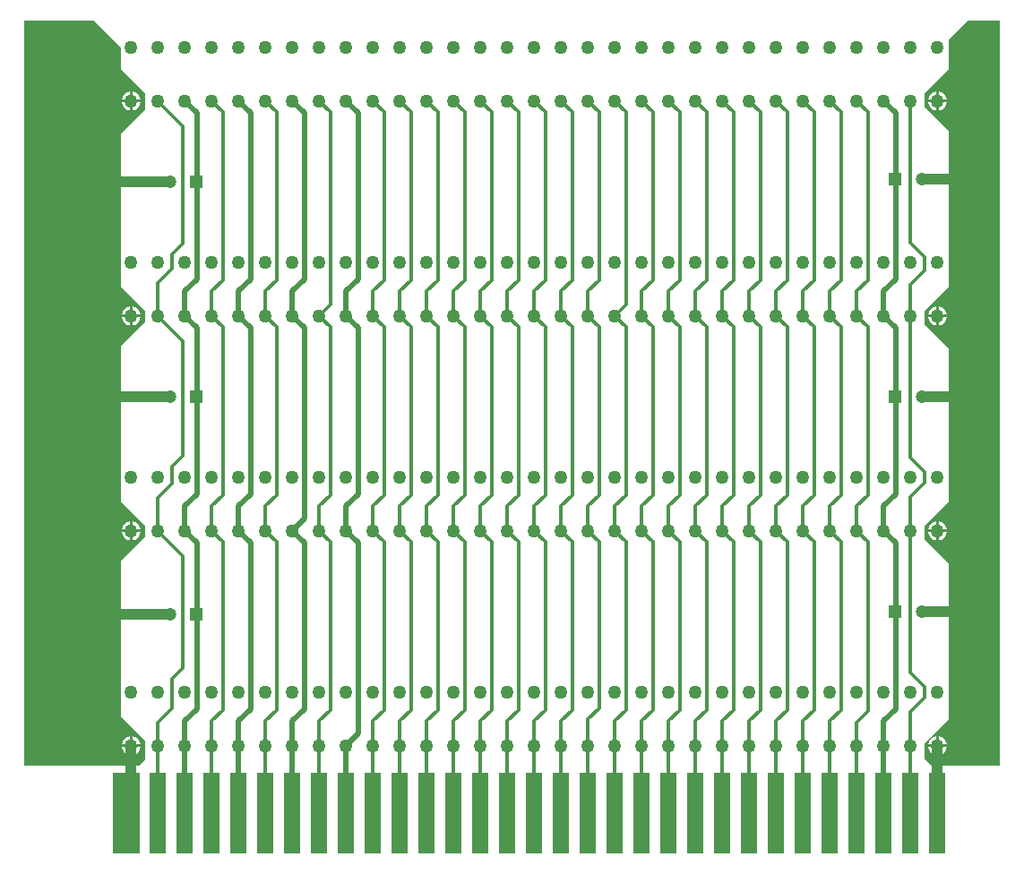
<source format=gtl>
G04*
G04 #@! TF.GenerationSoftware,Altium Limited,Altium Designer,22.7.1 (60)*
G04*
G04 Layer_Physical_Order=1*
G04 Layer_Color=255*
%FSLAX25Y25*%
%MOIN*%
G70*
G04*
G04 #@! TF.SameCoordinates,DFFA79DD-968F-4C92-B8CD-37D8C3B2A3C2*
G04*
G04*
G04 #@! TF.FilePolarity,Positive*
G04*
G01*
G75*
%ADD13C,0.01968*%
%ADD17R,0.09843X0.30000*%
%ADD18R,0.06201X0.30000*%
%ADD19C,0.05000*%
%ADD22C,0.03937*%
%ADD23C,0.01181*%
%ADD24R,0.04724X0.04724*%
%ADD25C,0.04724*%
G36*
X75000Y270000D02*
Y262000D01*
X83999Y253001D01*
X83999Y246999D01*
X75000Y238000D01*
X75000Y181000D01*
X84000Y172000D01*
Y168000D01*
X75000Y159000D01*
Y101000D01*
X84000Y92000D01*
Y88000D01*
X75000Y79000D01*
Y20843D01*
X84000Y11842D01*
Y5000D01*
X81520Y2520D01*
X39000D01*
Y280000D01*
X65000D01*
X75000Y270000D01*
D02*
G37*
G36*
X402000Y2520D02*
X376480D01*
X374000Y5000D01*
Y11000D01*
X383000Y20000D01*
Y78000D01*
X374000Y87000D01*
Y92000D01*
X383000Y101000D01*
Y158000D01*
X374000Y167000D01*
Y172000D01*
X383000Y181000D01*
Y239000D01*
X374000Y248000D01*
Y253000D01*
X383000Y262000D01*
Y273000D01*
X390000Y280000D01*
X402000D01*
Y2520D01*
D02*
G37*
%LPC*%
G36*
X79240Y253489D02*
Y250500D01*
X82230D01*
X82002Y251351D01*
X81541Y252149D01*
X80889Y252801D01*
X80091Y253261D01*
X79240Y253489D01*
D02*
G37*
G36*
X78240D02*
X77389Y253261D01*
X76591Y252801D01*
X75940Y252149D01*
X75479Y251351D01*
X75251Y250500D01*
X78240D01*
Y253489D01*
D02*
G37*
G36*
X82230Y249500D02*
X79240D01*
Y246511D01*
X80091Y246739D01*
X80889Y247199D01*
X81541Y247851D01*
X82002Y248649D01*
X82230Y249500D01*
D02*
G37*
G36*
X78240D02*
X75251D01*
X75479Y248649D01*
X75940Y247851D01*
X76591Y247199D01*
X77389Y246739D01*
X78240Y246511D01*
Y249500D01*
D02*
G37*
G36*
X79240Y173489D02*
Y170500D01*
X82230D01*
X82002Y171351D01*
X81541Y172149D01*
X80889Y172801D01*
X80091Y173261D01*
X79240Y173489D01*
D02*
G37*
G36*
X78240D02*
X77389Y173261D01*
X76591Y172801D01*
X75940Y172149D01*
X75479Y171351D01*
X75251Y170500D01*
X78240D01*
Y173489D01*
D02*
G37*
G36*
X82230Y169500D02*
X79240D01*
Y166510D01*
X80091Y166738D01*
X80889Y167199D01*
X81541Y167851D01*
X82002Y168649D01*
X82230Y169500D01*
D02*
G37*
G36*
X78240D02*
X75251D01*
X75479Y168649D01*
X75940Y167851D01*
X76591Y167199D01*
X77389Y166738D01*
X78240Y166510D01*
Y169500D01*
D02*
G37*
G36*
X79240Y93489D02*
Y90500D01*
X82230D01*
X82002Y91351D01*
X81541Y92149D01*
X80889Y92801D01*
X80091Y93261D01*
X79240Y93489D01*
D02*
G37*
G36*
X78240D02*
X77389Y93261D01*
X76591Y92801D01*
X75940Y92149D01*
X75479Y91351D01*
X75251Y90500D01*
X78240D01*
Y93489D01*
D02*
G37*
G36*
X82230Y89500D02*
X79240D01*
Y86510D01*
X80091Y86739D01*
X80889Y87199D01*
X81541Y87851D01*
X82002Y88649D01*
X82230Y89500D01*
D02*
G37*
G36*
X78240D02*
X75251D01*
X75479Y88649D01*
X75940Y87851D01*
X76591Y87199D01*
X77389Y86739D01*
X78240Y86510D01*
Y89500D01*
D02*
G37*
G36*
X79240Y13489D02*
Y10500D01*
X82230D01*
X82002Y11351D01*
X81541Y12149D01*
X80889Y12801D01*
X80091Y13262D01*
X79240Y13489D01*
D02*
G37*
G36*
X78240D02*
X77389Y13262D01*
X76591Y12801D01*
X75940Y12149D01*
X75479Y11351D01*
X75251Y10500D01*
X78240D01*
Y13489D01*
D02*
G37*
G36*
X82230Y9500D02*
X79240D01*
Y6510D01*
X80091Y6739D01*
X80889Y7199D01*
X81541Y7851D01*
X82002Y8649D01*
X82230Y9500D01*
D02*
G37*
G36*
X78240D02*
X75251D01*
X75479Y8649D01*
X75940Y7851D01*
X76591Y7199D01*
X77389Y6739D01*
X78240Y6510D01*
Y9500D01*
D02*
G37*
G36*
X379240Y253489D02*
Y250500D01*
X382230D01*
X382002Y251351D01*
X381541Y252149D01*
X380889Y252801D01*
X380091Y253261D01*
X379240Y253489D01*
D02*
G37*
G36*
X378240D02*
X377389Y253261D01*
X376591Y252801D01*
X375939Y252149D01*
X375479Y251351D01*
X375251Y250500D01*
X378240D01*
Y253489D01*
D02*
G37*
G36*
X382230Y249500D02*
X379240D01*
Y246511D01*
X380091Y246739D01*
X380889Y247199D01*
X381541Y247851D01*
X382002Y248649D01*
X382230Y249500D01*
D02*
G37*
G36*
X378240D02*
X375251D01*
X375479Y248649D01*
X375939Y247851D01*
X376591Y247199D01*
X377389Y246739D01*
X378240Y246511D01*
Y249500D01*
D02*
G37*
G36*
X379240Y173489D02*
Y170500D01*
X382230D01*
X382002Y171351D01*
X381541Y172149D01*
X380889Y172801D01*
X380091Y173261D01*
X379240Y173489D01*
D02*
G37*
G36*
X378240D02*
X377389Y173261D01*
X376591Y172801D01*
X375939Y172149D01*
X375479Y171351D01*
X375251Y170500D01*
X378240D01*
Y173489D01*
D02*
G37*
G36*
X382230Y169500D02*
X379240D01*
Y166510D01*
X380091Y166738D01*
X380889Y167199D01*
X381541Y167851D01*
X382002Y168649D01*
X382230Y169500D01*
D02*
G37*
G36*
X378240D02*
X375251D01*
X375479Y168649D01*
X375939Y167851D01*
X376591Y167199D01*
X377389Y166738D01*
X378240Y166510D01*
Y169500D01*
D02*
G37*
G36*
X379240Y93489D02*
Y90500D01*
X382230D01*
X382002Y91351D01*
X381541Y92149D01*
X380889Y92801D01*
X380091Y93261D01*
X379240Y93489D01*
D02*
G37*
G36*
X378240D02*
X377389Y93261D01*
X376591Y92801D01*
X375939Y92149D01*
X375479Y91351D01*
X375251Y90500D01*
X378240D01*
Y93489D01*
D02*
G37*
G36*
X382230Y89500D02*
X379240D01*
Y86510D01*
X380091Y86739D01*
X380889Y87199D01*
X381541Y87851D01*
X382002Y88649D01*
X382230Y89500D01*
D02*
G37*
G36*
X378240D02*
X375251D01*
X375479Y88649D01*
X375939Y87851D01*
X376591Y87199D01*
X377389Y86739D01*
X378240Y86510D01*
Y89500D01*
D02*
G37*
G36*
X379240Y13489D02*
Y10500D01*
X382230D01*
X382002Y11351D01*
X381541Y12149D01*
X380889Y12801D01*
X380091Y13262D01*
X379240Y13489D01*
D02*
G37*
G36*
X378240D02*
X377389Y13262D01*
X376591Y12801D01*
X375939Y12149D01*
X375479Y11351D01*
X375251Y10500D01*
X378240D01*
Y13489D01*
D02*
G37*
G36*
X382230Y9500D02*
X379240D01*
Y6510D01*
X380091Y6739D01*
X380889Y7199D01*
X381541Y7851D01*
X382002Y8649D01*
X382230Y9500D01*
D02*
G37*
G36*
X378240D02*
X375251D01*
X375479Y8649D01*
X375939Y7851D01*
X376591Y7199D01*
X377389Y6739D01*
X378240Y6510D01*
Y9500D01*
D02*
G37*
%LPD*%
D13*
X103224Y23581D02*
Y85516D01*
X98740Y19097D02*
X103224Y23581D01*
X98740Y-15000D02*
Y19097D01*
Y90000D02*
X103224Y85516D01*
X98740Y90000D02*
Y99097D01*
Y250000D02*
X103224Y245516D01*
X98740Y179097D02*
X103224Y183581D01*
Y245516D01*
X98740Y170000D02*
Y179097D01*
X118740D02*
X123224Y183581D01*
X118740Y170000D02*
Y179097D01*
X123224Y183581D02*
Y245516D01*
X118740Y250000D02*
X123224Y245516D01*
X143224Y183581D02*
Y245516D01*
X138740Y250000D02*
X143224Y245516D01*
X138740Y170000D02*
Y179097D01*
X143224Y183581D01*
X163224D02*
Y245516D01*
X158740Y250000D02*
X163224Y245516D01*
X158740Y170000D02*
Y179097D01*
X163224Y183581D01*
X158740Y99097D02*
X163224Y103581D01*
Y165516D01*
X158740Y170000D02*
X163224Y165516D01*
X158740Y90000D02*
Y99097D01*
X143224Y94484D02*
Y165516D01*
X138740Y90000D02*
X143224Y94484D01*
X138740Y170000D02*
X143224Y165516D01*
X118740Y99097D02*
X123224Y103581D01*
X118740Y90000D02*
Y99097D01*
X123224Y103581D02*
Y165516D01*
X118740Y170000D02*
X123224Y165516D01*
X98740Y99097D02*
X103224Y103581D01*
Y165516D01*
X98740Y170000D02*
X103224Y165516D01*
X358740Y179097D02*
X363224Y183581D01*
Y245516D01*
X358740Y170000D02*
Y179097D01*
Y250000D02*
X363224Y245516D01*
Y103581D02*
Y165516D01*
X358740Y170000D02*
X363224Y165516D01*
X358740Y90000D02*
Y99097D01*
X363224Y103581D01*
X358740Y90000D02*
X363224Y85516D01*
X358740Y10000D02*
Y19097D01*
X363224Y23581D01*
Y85516D01*
X358740Y-15000D02*
Y10000D01*
X158740Y90000D02*
X163224Y85516D01*
X158740Y10000D02*
X163224Y14484D01*
Y85516D01*
X158740Y-15000D02*
Y10000D01*
X143224Y23581D02*
Y85516D01*
X138740Y90000D02*
X143224Y85516D01*
X138740Y10000D02*
Y19097D01*
X143224Y23581D01*
X138740Y-15000D02*
Y10000D01*
X118740Y90000D02*
X123224Y85516D01*
X118740Y10000D02*
Y19097D01*
X123224Y23581D01*
Y85516D01*
X118740Y-15000D02*
Y10000D01*
D17*
X76772Y-15000D02*
D03*
D18*
X88740D02*
D03*
X98740D02*
D03*
X108740D02*
D03*
X118740D02*
D03*
X128740D02*
D03*
X138740D02*
D03*
X148740D02*
D03*
X158740D02*
D03*
X168740D02*
D03*
X178740D02*
D03*
X188740D02*
D03*
X198740D02*
D03*
X208740D02*
D03*
X218740D02*
D03*
X228740D02*
D03*
X238740D02*
D03*
X248740D02*
D03*
X258740D02*
D03*
X268740D02*
D03*
X278740D02*
D03*
X288740D02*
D03*
X298740D02*
D03*
X308740D02*
D03*
X318740D02*
D03*
X328740D02*
D03*
X338740D02*
D03*
X348740D02*
D03*
X358740D02*
D03*
X368740D02*
D03*
X378740D02*
D03*
D19*
Y250000D02*
D03*
X368740D02*
D03*
X358740D02*
D03*
X348740D02*
D03*
X338740D02*
D03*
X328740D02*
D03*
X318740D02*
D03*
X308740D02*
D03*
X298740D02*
D03*
X288740D02*
D03*
X278740D02*
D03*
X268740D02*
D03*
X258740D02*
D03*
X248740D02*
D03*
X238740D02*
D03*
X228740D02*
D03*
X218740D02*
D03*
X208740D02*
D03*
X198740D02*
D03*
X188740D02*
D03*
X178740D02*
D03*
X168740D02*
D03*
X158740D02*
D03*
X148740D02*
D03*
X138740D02*
D03*
X128740D02*
D03*
X118740D02*
D03*
X108740D02*
D03*
X98740D02*
D03*
X88740D02*
D03*
X78740D02*
D03*
X88740Y270000D02*
D03*
X78740D02*
D03*
X98740D02*
D03*
X108740D02*
D03*
X118740D02*
D03*
X128740D02*
D03*
X148740D02*
D03*
X158740D02*
D03*
X168740D02*
D03*
X138740D02*
D03*
X178740D02*
D03*
X188740D02*
D03*
X198740D02*
D03*
X208740D02*
D03*
X218740D02*
D03*
X228740D02*
D03*
X238740D02*
D03*
X248740D02*
D03*
X268740D02*
D03*
X288740D02*
D03*
X258740D02*
D03*
X298740D02*
D03*
X308740D02*
D03*
X318740D02*
D03*
X328740D02*
D03*
X338740D02*
D03*
X348740D02*
D03*
X358740D02*
D03*
X368740D02*
D03*
X378740D02*
D03*
X278740D02*
D03*
X378740Y170000D02*
D03*
X368740D02*
D03*
X358740D02*
D03*
X348740D02*
D03*
X338740D02*
D03*
X328740D02*
D03*
X318740D02*
D03*
X308740D02*
D03*
X298740D02*
D03*
X288740D02*
D03*
X278740D02*
D03*
X268740D02*
D03*
X258740D02*
D03*
X248740D02*
D03*
X238740D02*
D03*
X228740D02*
D03*
X218740D02*
D03*
X208740D02*
D03*
X198740D02*
D03*
X188740D02*
D03*
X178740D02*
D03*
X168740D02*
D03*
X158740D02*
D03*
X148740D02*
D03*
X138740D02*
D03*
X128740D02*
D03*
X118740D02*
D03*
X108740D02*
D03*
X98740D02*
D03*
X88740D02*
D03*
X78740D02*
D03*
X88740Y190000D02*
D03*
X78740D02*
D03*
X98740D02*
D03*
X108740D02*
D03*
X118740D02*
D03*
X128740D02*
D03*
X148740D02*
D03*
X158740D02*
D03*
X168740D02*
D03*
X138740D02*
D03*
X178740D02*
D03*
X188740D02*
D03*
X198740D02*
D03*
X208740D02*
D03*
X218740D02*
D03*
X228740D02*
D03*
X238740D02*
D03*
X248740D02*
D03*
X268740D02*
D03*
X288740D02*
D03*
X258740D02*
D03*
X298740D02*
D03*
X308740D02*
D03*
X318740D02*
D03*
X328740D02*
D03*
X338740D02*
D03*
X348740D02*
D03*
X358740D02*
D03*
X368740D02*
D03*
X378740D02*
D03*
X278740D02*
D03*
X378740Y90000D02*
D03*
X368740D02*
D03*
X358740D02*
D03*
X348740D02*
D03*
X338740D02*
D03*
X328740D02*
D03*
X318740D02*
D03*
X308740D02*
D03*
X298740D02*
D03*
X288740D02*
D03*
X278740D02*
D03*
X268740D02*
D03*
X258740D02*
D03*
X248740D02*
D03*
X238740D02*
D03*
X228740D02*
D03*
X218740D02*
D03*
X208740D02*
D03*
X198740D02*
D03*
X188740D02*
D03*
X178740D02*
D03*
X168740D02*
D03*
X158740D02*
D03*
X148740D02*
D03*
X138740D02*
D03*
X128740D02*
D03*
X118740D02*
D03*
X108740D02*
D03*
X98740D02*
D03*
X88740D02*
D03*
X78740D02*
D03*
X88740Y110000D02*
D03*
X78740D02*
D03*
X98740D02*
D03*
X108740D02*
D03*
X118740D02*
D03*
X128740D02*
D03*
X148740D02*
D03*
X158740D02*
D03*
X168740D02*
D03*
X138740D02*
D03*
X178740D02*
D03*
X188740D02*
D03*
X198740D02*
D03*
X208740D02*
D03*
X218740D02*
D03*
X228740D02*
D03*
X238740D02*
D03*
X248740D02*
D03*
X268740D02*
D03*
X288740D02*
D03*
X258740D02*
D03*
X298740D02*
D03*
X308740D02*
D03*
X318740D02*
D03*
X328740D02*
D03*
X338740D02*
D03*
X348740D02*
D03*
X358740D02*
D03*
X368740D02*
D03*
X378740D02*
D03*
X278740D02*
D03*
X378740Y10000D02*
D03*
X368740D02*
D03*
X358740D02*
D03*
X348740D02*
D03*
X338740D02*
D03*
X328740D02*
D03*
X318740D02*
D03*
X308740D02*
D03*
X298740D02*
D03*
X288740D02*
D03*
X278740D02*
D03*
X268740D02*
D03*
X258740D02*
D03*
X248740D02*
D03*
X238740D02*
D03*
X228740D02*
D03*
X218740D02*
D03*
X208740D02*
D03*
X198740D02*
D03*
X188740D02*
D03*
X178740D02*
D03*
X168740D02*
D03*
X158740D02*
D03*
X148740D02*
D03*
X138740D02*
D03*
X128740D02*
D03*
X118740D02*
D03*
X108740D02*
D03*
X98740D02*
D03*
X88740D02*
D03*
X78740D02*
D03*
X88740Y30000D02*
D03*
X78740D02*
D03*
X98740D02*
D03*
X108740D02*
D03*
X118740D02*
D03*
X128740D02*
D03*
X148740D02*
D03*
X158740D02*
D03*
X168740D02*
D03*
X138740D02*
D03*
X178740D02*
D03*
X188740D02*
D03*
X198740D02*
D03*
X208740D02*
D03*
X218740D02*
D03*
X228740D02*
D03*
X238740D02*
D03*
X248740D02*
D03*
X268740D02*
D03*
X288740D02*
D03*
X258740D02*
D03*
X298740D02*
D03*
X308740D02*
D03*
X318740D02*
D03*
X328740D02*
D03*
X338740D02*
D03*
X348740D02*
D03*
X358740D02*
D03*
X368740D02*
D03*
X378740D02*
D03*
X278740D02*
D03*
D22*
X372921Y221000D02*
X393000D01*
X70000Y59000D02*
X93158D01*
X72000Y140000D02*
X93158D01*
X71866Y220000D02*
X93158D01*
X372921Y60000D02*
X387000D01*
X372921Y140000D02*
X387000D01*
X378740Y-15000D02*
Y10000D01*
X78740Y-15000D02*
Y10000D01*
D23*
X88740Y-15000D02*
Y10000D01*
X368740Y22740D02*
X374000Y28000D01*
X368740Y37260D02*
X374000Y32000D01*
Y28000D02*
Y32000D01*
X368740Y10000D02*
Y22740D01*
Y37260D02*
Y90000D01*
Y102740D01*
X374000Y108000D02*
Y112000D01*
X368740Y102740D02*
X374000Y108000D01*
X368740Y117260D02*
X374000Y112000D01*
X368740Y117260D02*
Y170000D01*
Y181740D01*
Y197260D02*
X374000Y192000D01*
Y187000D02*
Y192000D01*
X368740Y181740D02*
X374000Y187000D01*
X368740Y197260D02*
Y250000D01*
X94000Y193000D02*
X98000Y197000D01*
X88740Y182396D02*
X94000Y187656D01*
Y193000D01*
X98000Y197000D02*
Y240740D01*
X88740Y170000D02*
Y182396D01*
Y250000D02*
X98000Y240740D01*
X94000Y107656D02*
Y114000D01*
X98000Y118000D01*
Y160740D01*
X88740Y102396D02*
X94000Y107656D01*
X88740Y90000D02*
Y102396D01*
Y170000D02*
X98000Y160740D01*
X88740Y10000D02*
Y18740D01*
X94000Y24000D02*
Y35000D01*
X98000Y39000D01*
X88740Y18740D02*
X94000Y24000D01*
X98000Y39000D02*
Y80740D01*
X88740Y90000D02*
X98000Y80740D01*
X348740Y-15000D02*
Y10000D01*
X338740Y-15000D02*
Y10000D01*
X328740Y-15000D02*
Y10000D01*
X318740Y-15000D02*
Y10000D01*
X308740Y-15000D02*
Y10000D01*
X298740Y-15000D02*
Y10000D01*
X288740Y-15000D02*
Y10000D01*
X278740Y-15000D02*
Y10000D01*
X268740Y-15000D02*
Y10000D01*
X258740Y-15000D02*
Y10000D01*
X248740Y-15000D02*
Y10000D01*
X238740Y-15000D02*
Y10000D01*
X228740Y-15000D02*
Y10000D01*
X218740Y-15000D02*
Y10000D01*
X208740Y-15000D02*
Y10000D01*
X198740Y-15000D02*
Y10000D01*
X188740Y-15000D02*
Y10000D01*
X178740Y-15000D02*
Y10000D01*
X168740Y-15000D02*
Y10000D01*
X148740Y-15000D02*
Y10000D01*
X128740Y-15000D02*
Y10000D01*
X108740Y-15000D02*
Y10000D01*
X112831Y183409D02*
Y245910D01*
X108740Y250000D02*
X112831Y245910D01*
X108740Y170000D02*
Y179319D01*
X112831Y183409D01*
X128740Y250000D02*
X132831Y245910D01*
X128740Y170000D02*
Y179319D01*
X132831Y183409D01*
Y245910D01*
X148740Y250000D02*
X152831Y245910D01*
Y174091D02*
Y245910D01*
X148740Y170000D02*
X152831Y174091D01*
X172831Y183409D02*
Y245910D01*
X168740Y250000D02*
X172831Y245910D01*
X168740Y170000D02*
Y179319D01*
X172831Y183409D01*
X188740Y179319D02*
X192831Y183409D01*
X188740Y170000D02*
Y179319D01*
X192831Y183409D02*
Y245910D01*
X188740Y250000D02*
X192831Y245910D01*
X202831Y183409D02*
Y245910D01*
X198740Y170000D02*
Y179319D01*
X202831Y183409D01*
X198740Y250000D02*
X202831Y245910D01*
X208740Y179319D02*
X212831Y183409D01*
X208740Y250000D02*
X212831Y245910D01*
X208740Y170000D02*
Y179319D01*
X212831Y183409D02*
Y245910D01*
X222831Y183409D02*
Y245910D01*
X218740Y170000D02*
Y179319D01*
X222831Y183409D01*
X218740Y250000D02*
X222831Y245910D01*
X228740Y179319D02*
X232831Y183409D01*
X228740Y170000D02*
Y179319D01*
X232831Y183409D02*
Y245910D01*
X228740Y250000D02*
X232831Y245910D01*
X238740Y179319D02*
X242831Y183409D01*
Y245910D01*
X238740Y250000D02*
X242831Y245910D01*
X238740Y170000D02*
Y179319D01*
X252831Y183409D02*
Y245910D01*
X248740Y250000D02*
X252831Y245910D01*
X248740Y170000D02*
Y179319D01*
X252831Y183409D01*
X258740Y250000D02*
X262831Y245910D01*
Y174091D02*
Y245910D01*
X258740Y170000D02*
X262831Y174091D01*
X178740Y179319D02*
X182831Y183409D01*
Y245910D01*
X178740Y250000D02*
X182831Y245910D01*
X178740Y170000D02*
Y179319D01*
X268740D02*
X272831Y183409D01*
Y245910D01*
X268740Y250000D02*
X272831Y245910D01*
X268740Y170000D02*
Y179319D01*
X278740Y170000D02*
Y179319D01*
X282831Y183409D01*
Y245910D01*
X278740Y250000D02*
X282831Y245910D01*
X288740Y179319D02*
X292831Y183409D01*
Y245910D01*
X288740Y170000D02*
Y179319D01*
Y250000D02*
X292831Y245910D01*
X302831Y183409D02*
Y245910D01*
X298740Y170000D02*
Y179319D01*
X302831Y183409D01*
X298740Y250000D02*
X302831Y245910D01*
X308740Y179319D02*
X312831Y183409D01*
Y245910D01*
X308740Y170000D02*
Y179319D01*
Y250000D02*
X312831Y245910D01*
X318740Y179319D02*
X322831Y183409D01*
X318740Y170000D02*
Y179319D01*
X322831Y183409D02*
Y245910D01*
X318740Y250000D02*
X322831Y245910D01*
X328740Y179319D02*
X332831Y183409D01*
X328740Y170000D02*
Y179319D01*
X332831Y183409D02*
Y245910D01*
X328740Y250000D02*
X332831Y245910D01*
X338740Y179319D02*
X342831Y183409D01*
Y245910D01*
X338740Y250000D02*
X342831Y245910D01*
X338740Y170000D02*
Y179319D01*
X348740D02*
X352831Y183409D01*
X348740Y250000D02*
X352831Y245910D01*
X348740Y170000D02*
Y179319D01*
X352831Y183409D02*
Y245910D01*
Y103409D02*
Y165909D01*
X348740Y170000D02*
X352831Y165909D01*
X348740Y99319D02*
X352831Y103409D01*
X348740Y90000D02*
Y99319D01*
X342831Y103409D02*
Y165909D01*
X338740Y170000D02*
X342831Y165909D01*
X338740Y90000D02*
Y99319D01*
X342831Y103409D01*
X328740Y99319D02*
X332831Y103409D01*
Y165909D01*
X328740Y170000D02*
X332831Y165909D01*
X328740Y90000D02*
Y99319D01*
X318740D02*
X322831Y103409D01*
Y165909D01*
X318740Y90000D02*
Y99319D01*
Y170000D02*
X322831Y165909D01*
X308740Y99319D02*
X312831Y103409D01*
X308740Y170000D02*
X312831Y165909D01*
X308740Y90000D02*
Y99319D01*
X312831Y103409D02*
Y165909D01*
X302831Y103409D02*
Y165909D01*
X298740Y90000D02*
Y99319D01*
X302831Y103409D01*
X298740Y170000D02*
X302831Y165909D01*
X292831Y103409D02*
Y165909D01*
X288740Y170000D02*
X292831Y165909D01*
X288740Y90000D02*
Y99319D01*
X292831Y103409D01*
X278740Y99319D02*
X282831Y103409D01*
X278740Y170000D02*
X282831Y165909D01*
X278740Y90000D02*
Y99319D01*
X282831Y103409D02*
Y165909D01*
X268740Y90000D02*
Y99319D01*
X272831Y103409D01*
Y165909D01*
X268740Y170000D02*
X272831Y165909D01*
X258740Y99319D02*
X262831Y103409D01*
Y165909D01*
X258740Y170000D02*
X262831Y165909D01*
X258740Y90000D02*
Y99319D01*
X248740Y90000D02*
Y99319D01*
X252831Y103409D01*
Y165909D01*
X248740Y170000D02*
X252831Y165909D01*
X238740Y99319D02*
X242831Y103409D01*
X238740Y90000D02*
Y99319D01*
X242831Y103409D02*
Y165909D01*
X238740Y170000D02*
X242831Y165909D01*
X228740Y99319D02*
X232831Y103409D01*
X228740Y170000D02*
X232831Y165909D01*
X228740Y90000D02*
Y99319D01*
X232831Y103409D02*
Y165909D01*
X218740Y90000D02*
Y99319D01*
X222831Y103409D01*
Y165909D01*
X218740Y170000D02*
X222831Y165909D01*
X208740Y99319D02*
X212831Y103409D01*
X208740Y90000D02*
Y99319D01*
X212831Y103409D02*
Y165909D01*
X208740Y170000D02*
X212831Y165909D01*
X198740Y99319D02*
X202831Y103409D01*
Y165909D01*
X198740Y90000D02*
Y99319D01*
Y170000D02*
X202831Y165909D01*
X188740Y99319D02*
X192831Y103409D01*
X188740Y170000D02*
X192831Y165909D01*
X188740Y90000D02*
Y99319D01*
X192831Y103409D02*
Y165909D01*
X178740Y90000D02*
Y99319D01*
X182831Y103409D01*
Y165909D01*
X178740Y170000D02*
X182831Y165909D01*
X168740Y99319D02*
X172831Y103409D01*
X168740Y90000D02*
Y99319D01*
X172831Y103409D02*
Y165909D01*
X168740Y170000D02*
X172831Y165909D01*
X148740Y99319D02*
X152831Y103409D01*
X148740Y170000D02*
X152831Y165909D01*
X148740Y90000D02*
Y99319D01*
X152831Y103409D02*
Y165909D01*
X128740Y90000D02*
Y99319D01*
X132831Y103409D01*
Y165909D01*
X128740Y170000D02*
X132831Y165909D01*
X108740Y170000D02*
X112831Y165909D01*
X108740Y90000D02*
Y99319D01*
X112831Y103409D01*
Y165909D01*
X108740Y19319D02*
X112831Y23409D01*
Y85909D01*
X108740Y90000D02*
X112831Y85909D01*
X108740Y10000D02*
Y19319D01*
X132831Y23409D02*
Y85909D01*
X128740Y90000D02*
X132831Y85909D01*
X128740Y10000D02*
Y19319D01*
X132831Y23409D01*
X148740Y10000D02*
Y19319D01*
X152831Y23409D01*
Y85909D01*
X148740Y90000D02*
X152831Y85909D01*
X352831Y22831D02*
Y85909D01*
X348740Y18740D02*
X352831Y22831D01*
X348740Y10000D02*
Y18740D01*
X252831Y23933D02*
Y85909D01*
X248740Y10000D02*
Y19842D01*
X252831Y23933D01*
X348740Y90000D02*
X352831Y85909D01*
X338740Y10000D02*
Y19319D01*
X342831Y23409D01*
Y85909D01*
X338740Y90000D02*
X342831Y85909D01*
X328740Y19319D02*
X332831Y23409D01*
X328740Y90000D02*
X332831Y85909D01*
X328740Y10000D02*
Y19319D01*
X332831Y23409D02*
Y85909D01*
X318740Y10000D02*
Y19319D01*
X322831Y23409D01*
Y85909D01*
X318740Y90000D02*
X322831Y85909D01*
X308740Y90000D02*
X312831Y85909D01*
Y23409D02*
Y85909D01*
X308740Y19319D02*
X312831Y23409D01*
X308740Y10000D02*
Y19319D01*
X302831Y23409D02*
Y85909D01*
X298740Y10000D02*
Y19319D01*
X302831Y23409D01*
X298740Y90000D02*
X302831Y85909D01*
X288740Y19319D02*
X292831Y23409D01*
Y85909D01*
X288740Y90000D02*
X292831Y85909D01*
X288740Y10000D02*
Y19319D01*
X278740D02*
X282831Y23409D01*
X278740Y10000D02*
Y19319D01*
X282831Y23409D02*
Y85909D01*
X278740Y90000D02*
X282831Y85909D01*
X268740Y19319D02*
X272831Y23409D01*
X268740Y90000D02*
X272831Y85909D01*
X268740Y10000D02*
Y19319D01*
X272831Y23409D02*
Y85909D01*
X258740Y19319D02*
X262831Y23409D01*
Y85909D01*
X258740Y90000D02*
X262831Y85909D01*
X258740Y10000D02*
Y19319D01*
X248740Y90000D02*
X252831Y85909D01*
X238740Y19319D02*
X242831Y23409D01*
X238740Y90000D02*
X242831Y85909D01*
X238740Y10000D02*
Y19319D01*
X242831Y23409D02*
Y85909D01*
X228740Y90000D02*
X232831Y85909D01*
X228740Y10000D02*
Y19319D01*
X232831Y23409D01*
Y85909D01*
X218740Y90000D02*
X222831Y85909D01*
X218740Y10000D02*
Y19319D01*
X222831Y23409D01*
Y85909D01*
X212831Y23409D02*
Y85909D01*
X208740Y90000D02*
X212831Y85909D01*
X208740Y10000D02*
Y19319D01*
X212831Y23409D01*
X198740Y19319D02*
X202831Y23409D01*
X198740Y10000D02*
Y19319D01*
X202831Y23409D02*
Y85909D01*
X198740Y90000D02*
X202831Y85909D01*
X192831Y23409D02*
Y85909D01*
X188740Y10000D02*
Y19319D01*
X192831Y23409D01*
X188740Y90000D02*
X192831Y85909D01*
X182831Y23409D02*
Y85909D01*
X178740Y10000D02*
Y19319D01*
X182831Y23409D01*
X178740Y90000D02*
X182831Y85909D01*
X168740Y19319D02*
X172831Y23409D01*
Y85909D01*
X168740Y90000D02*
X172831Y85909D01*
X168740Y10000D02*
Y19319D01*
X368740Y-15000D02*
Y10000D01*
D24*
X363079Y221000D02*
D03*
Y140000D02*
D03*
Y60000D02*
D03*
X103000Y220000D02*
D03*
Y140000D02*
D03*
Y59000D02*
D03*
D25*
X372921Y221000D02*
D03*
Y140000D02*
D03*
Y60000D02*
D03*
X93158Y220000D02*
D03*
Y140000D02*
D03*
Y59000D02*
D03*
M02*

</source>
